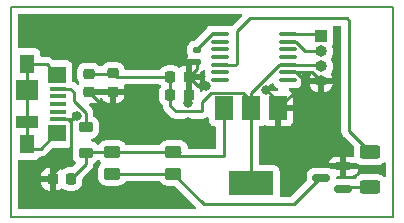
<source format=gbr>
%TF.GenerationSoftware,KiCad,Pcbnew,(6.0.1)*%
%TF.CreationDate,2022-02-12T15:33:55+03:30*%
%TF.ProjectId,led,6c65642e-6b69-4636-9164-5f7063625858,rev?*%
%TF.SameCoordinates,Original*%
%TF.FileFunction,Copper,L1,Top*%
%TF.FilePolarity,Positive*%
%FSLAX46Y46*%
G04 Gerber Fmt 4.6, Leading zero omitted, Abs format (unit mm)*
G04 Created by KiCad (PCBNEW (6.0.1)) date 2022-02-12 15:33:55*
%MOMM*%
%LPD*%
G01*
G04 APERTURE LIST*
G04 Aperture macros list*
%AMRoundRect*
0 Rectangle with rounded corners*
0 $1 Rounding radius*
0 $2 $3 $4 $5 $6 $7 $8 $9 X,Y pos of 4 corners*
0 Add a 4 corners polygon primitive as box body*
4,1,4,$2,$3,$4,$5,$6,$7,$8,$9,$2,$3,0*
0 Add four circle primitives for the rounded corners*
1,1,$1+$1,$2,$3*
1,1,$1+$1,$4,$5*
1,1,$1+$1,$6,$7*
1,1,$1+$1,$8,$9*
0 Add four rect primitives between the rounded corners*
20,1,$1+$1,$2,$3,$4,$5,0*
20,1,$1+$1,$4,$5,$6,$7,0*
20,1,$1+$1,$6,$7,$8,$9,0*
20,1,$1+$1,$8,$9,$2,$3,0*%
G04 Aperture macros list end*
%TA.AperFunction,NonConductor*%
%ADD10C,0.200000*%
%TD*%
%TA.AperFunction,SMDPad,CuDef*%
%ADD11R,1.500000X2.000000*%
%TD*%
%TA.AperFunction,SMDPad,CuDef*%
%ADD12R,3.800000X2.000000*%
%TD*%
%TA.AperFunction,SMDPad,CuDef*%
%ADD13RoundRect,0.225000X-0.250000X0.225000X-0.250000X-0.225000X0.250000X-0.225000X0.250000X0.225000X0*%
%TD*%
%TA.AperFunction,SMDPad,CuDef*%
%ADD14RoundRect,0.225000X0.225000X0.250000X-0.225000X0.250000X-0.225000X-0.250000X0.225000X-0.250000X0*%
%TD*%
%TA.AperFunction,SMDPad,CuDef*%
%ADD15RoundRect,0.100000X-0.637500X-0.100000X0.637500X-0.100000X0.637500X0.100000X-0.637500X0.100000X0*%
%TD*%
%TA.AperFunction,SMDPad,CuDef*%
%ADD16RoundRect,0.250000X-0.625000X0.312500X-0.625000X-0.312500X0.625000X-0.312500X0.625000X0.312500X0*%
%TD*%
%TA.AperFunction,SMDPad,CuDef*%
%ADD17RoundRect,0.250000X0.450000X-0.262500X0.450000X0.262500X-0.450000X0.262500X-0.450000X-0.262500X0*%
%TD*%
%TA.AperFunction,SMDPad,CuDef*%
%ADD18RoundRect,0.135000X-0.185000X0.135000X-0.185000X-0.135000X0.185000X-0.135000X0.185000X0.135000X0*%
%TD*%
%TA.AperFunction,SMDPad,CuDef*%
%ADD19RoundRect,0.150000X0.587500X0.150000X-0.587500X0.150000X-0.587500X-0.150000X0.587500X-0.150000X0*%
%TD*%
%TA.AperFunction,ComponentPad*%
%ADD20R,1.000000X1.000000*%
%TD*%
%TA.AperFunction,ComponentPad*%
%ADD21O,1.000000X1.000000*%
%TD*%
%TA.AperFunction,SMDPad,CuDef*%
%ADD22R,1.380000X0.450000*%
%TD*%
%TA.AperFunction,SMDPad,CuDef*%
%ADD23R,1.900000X1.800000*%
%TD*%
%TA.AperFunction,SMDPad,CuDef*%
%ADD24R,1.300000X1.650000*%
%TD*%
%TA.AperFunction,SMDPad,CuDef*%
%ADD25R,1.550000X1.425000*%
%TD*%
%TA.AperFunction,SMDPad,CuDef*%
%ADD26R,1.900000X1.000000*%
%TD*%
%TA.AperFunction,SMDPad,CuDef*%
%ADD27RoundRect,0.218750X-0.381250X0.218750X-0.381250X-0.218750X0.381250X-0.218750X0.381250X0.218750X0*%
%TD*%
%TA.AperFunction,SMDPad,CuDef*%
%ADD28RoundRect,0.225000X-0.225000X-0.250000X0.225000X-0.250000X0.225000X0.250000X-0.225000X0.250000X0*%
%TD*%
%TA.AperFunction,ViaPad*%
%ADD29C,0.800000*%
%TD*%
%TA.AperFunction,Conductor*%
%ADD30C,0.250000*%
%TD*%
G04 APERTURE END LIST*
D10*
X125095000Y-97155000D02*
X125095000Y-114935000D01*
X125095000Y-114935000D02*
X92710000Y-114935000D01*
X92710000Y-114935000D02*
X92710000Y-97155000D01*
X125095000Y-97155000D02*
X92710000Y-97155000D01*
D11*
%TO.P,U2,1,GND*%
%TO.N,GND*%
X115355400Y-105790600D03*
D12*
%TO.P,U2,2,VO*%
%TO.N,+3V3*%
X113055400Y-112090600D03*
D11*
X113055400Y-105790600D03*
%TO.P,U2,3,VI*%
%TO.N,+5V*%
X110755400Y-105790600D03*
%TD*%
D13*
%TO.P,C3,1*%
%TO.N,+3V3*%
X99314000Y-102857000D03*
%TO.P,C3,2*%
%TO.N,GND*%
X99314000Y-104407000D03*
%TD*%
D14*
%TO.P,C4,2*%
%TO.N,GND*%
X96253000Y-111760000D03*
%TO.P,C4,1*%
%TO.N,+5V*%
X97803000Y-111760000D03*
%TD*%
D15*
%TO.P,U1,14,PA14*%
%TO.N,SWCLK*%
X116146500Y-99472200D03*
%TO.P,U1,13,PA13*%
%TO.N,SWDIO*%
X116146500Y-100122200D03*
%TO.P,U1,12,PA10*%
%TO.N,unconnected-(U1-Pad12)*%
X116146500Y-100772200D03*
%TO.P,U1,11,PA9*%
%TO.N,unconnected-(U1-Pad11)*%
X116146500Y-101422200D03*
%TO.P,U1,10,VDD*%
%TO.N,+3V3*%
X116146500Y-102072200D03*
%TO.P,U1,9,VSS*%
%TO.N,GND*%
X116146500Y-102722200D03*
%TO.P,U1,8,PA7*%
%TO.N,unconnected-(U1-Pad8)*%
X116146500Y-103372200D03*
%TO.P,U1,7,PA4*%
%TO.N,unconnected-(U1-Pad7)*%
X110421500Y-103372200D03*
%TO.P,U1,6,PA1*%
%TO.N,unconnected-(U1-Pad6)*%
X110421500Y-102722200D03*
%TO.P,U1,5,PA0*%
%TO.N,PWM*%
X110421500Y-102072200D03*
%TO.P,U1,4,NRST*%
%TO.N,unconnected-(U1-Pad4)*%
X110421500Y-101422200D03*
%TO.P,U1,3,PC15*%
%TO.N,unconnected-(U1-Pad3)*%
X110421500Y-100772200D03*
%TO.P,U1,2,PC14*%
%TO.N,unconnected-(U1-Pad2)*%
X110421500Y-100122200D03*
%TO.P,U1,1,PB9*%
%TO.N,Net-(R1-Pad1)*%
X110421500Y-99472200D03*
%TD*%
D16*
%TO.P,R4,2*%
%TO.N,Net-(Q1-Pad1)*%
X123139200Y-112435100D03*
%TO.P,R4,1*%
%TO.N,PWM*%
X123139200Y-109510100D03*
%TD*%
D17*
%TO.P,R3,1*%
%TO.N,Net-(Q1-Pad3)*%
X106476800Y-111300900D03*
%TO.P,R3,2*%
%TO.N,+5V*%
X106476800Y-109475900D03*
%TD*%
%TO.P,R2,1*%
%TO.N,Net-(Q1-Pad3)*%
X101295200Y-111300900D03*
%TO.P,R2,2*%
%TO.N,+5V*%
X101295200Y-109475900D03*
%TD*%
D18*
%TO.P,R1,2*%
%TO.N,GND*%
X108458000Y-101856000D03*
%TO.P,R1,1*%
%TO.N,Net-(R1-Pad1)*%
X108458000Y-100836000D03*
%TD*%
D19*
%TO.P,Q1,1,G*%
%TO.N,Net-(Q1-Pad1)*%
X120876300Y-112583000D03*
%TO.P,Q1,2,S*%
%TO.N,GND*%
X120876300Y-110683000D03*
%TO.P,Q1,3,D*%
%TO.N,Net-(Q1-Pad3)*%
X119001300Y-111633000D03*
%TD*%
D20*
%TO.P,J2,1,Pin_1*%
%TO.N,SWCLK*%
X118999000Y-99674600D03*
D21*
%TO.P,J2,2,Pin_2*%
%TO.N,SWDIO*%
X118999000Y-100944600D03*
%TO.P,J2,3,Pin_3*%
%TO.N,+3V3*%
X118999000Y-102214600D03*
%TO.P,J2,4,Pin_4*%
%TO.N,GND*%
X118999000Y-103484600D03*
%TD*%
D22*
%TO.P,J1,1,VBUS*%
%TO.N,Net-(FB1-Pad1)*%
X96710000Y-104110000D03*
%TO.P,J1,2,D-*%
%TO.N,unconnected-(J1-Pad2)*%
X96710000Y-104760000D03*
%TO.P,J1,3,D+*%
%TO.N,unconnected-(J1-Pad3)*%
X96710000Y-105410000D03*
%TO.P,J1,4,ID*%
%TO.N,unconnected-(J1-Pad4)*%
X96710000Y-106060000D03*
%TO.P,J1,5,GND*%
%TO.N,GND*%
X96710000Y-106710000D03*
D23*
%TO.P,J1,6,Shield*%
%TO.N,unconnected-(J1-Pad6)*%
X94050000Y-104260000D03*
D24*
X94050000Y-108785000D03*
X94050000Y-102035000D03*
D25*
X96625000Y-102922500D03*
D26*
X94050000Y-106960000D03*
D25*
X96625000Y-107897500D03*
%TD*%
D27*
%TO.P,FB1,1*%
%TO.N,Net-(FB1-Pad1)*%
X99060000Y-107395500D03*
%TO.P,FB1,2*%
%TO.N,+5V*%
X99060000Y-109520500D03*
%TD*%
D13*
%TO.P,C5,1*%
%TO.N,+3V3*%
X101346000Y-102806200D03*
%TO.P,C5,2*%
%TO.N,GND*%
X101346000Y-104356200D03*
%TD*%
D28*
%TO.P,C2,1*%
%TO.N,+3V3*%
X106209800Y-103124000D03*
%TO.P,C2,2*%
%TO.N,GND*%
X107759800Y-103124000D03*
%TD*%
%TO.P,C1,1*%
%TO.N,+3V3*%
X106209800Y-104648000D03*
%TO.P,C1,2*%
%TO.N,GND*%
X107759800Y-104648000D03*
%TD*%
D29*
%TO.N,GND*%
X109220000Y-103886000D03*
X114357719Y-104197719D03*
X100325701Y-106430299D03*
X107696000Y-105295500D03*
X107696000Y-106934000D03*
X98293701Y-106430299D03*
%TD*%
D30*
%TO.N,GND*%
X109220000Y-103886000D02*
X108521800Y-103886000D01*
X108521800Y-103886000D02*
X107759800Y-103124000D01*
X115355400Y-105195400D02*
X114357719Y-104197719D01*
X115355400Y-105790600D02*
X115355400Y-105195400D01*
X117348000Y-104394000D02*
X117348000Y-103235839D01*
X117094000Y-104648000D02*
X117348000Y-104394000D01*
X116498000Y-104648000D02*
X117094000Y-104648000D01*
X115355400Y-105790600D02*
X116498000Y-104648000D01*
X117348000Y-103235839D02*
X116834361Y-102722200D01*
X116834361Y-102722200D02*
X116146500Y-102722200D01*
X100325701Y-105418701D02*
X99314000Y-104407000D01*
X100325701Y-106430299D02*
X100325701Y-105418701D01*
X99314000Y-104407000D02*
X101295200Y-104407000D01*
X101295200Y-104407000D02*
X101346000Y-104356200D01*
%TO.N,+5V*%
X99104600Y-109475900D02*
X99060000Y-109520500D01*
X101295200Y-109475900D02*
X99104600Y-109475900D01*
X106476800Y-109475900D02*
X101295200Y-109475900D01*
X99060000Y-110503000D02*
X97803000Y-111760000D01*
X99060000Y-109520500D02*
X99060000Y-110503000D01*
%TO.N,GND*%
X97574022Y-106710000D02*
X96710000Y-106710000D01*
X97790000Y-106925978D02*
X97574022Y-106710000D01*
X97790000Y-109728000D02*
X97790000Y-106925978D01*
X96253000Y-111760000D02*
X96253000Y-111265000D01*
X96253000Y-111265000D02*
X97790000Y-109728000D01*
X107696000Y-104711800D02*
X107759800Y-104648000D01*
X107696000Y-105295500D02*
X107696000Y-104711800D01*
X107696000Y-107442000D02*
X107696000Y-106934000D01*
X101346000Y-107442000D02*
X107696000Y-107442000D01*
X101346000Y-104356200D02*
X101346000Y-107442000D01*
X96710000Y-106710000D02*
X98014000Y-106710000D01*
X98014000Y-106710000D02*
X98293701Y-106430299D01*
%TO.N,Net-(FB1-Pad1)*%
X98044000Y-105156000D02*
X98044000Y-104394000D01*
X99060000Y-106172000D02*
X98044000Y-105156000D01*
X98044000Y-104394000D02*
X97760000Y-104110000D01*
X97760000Y-104110000D02*
X96710000Y-104110000D01*
X99060000Y-107395500D02*
X99060000Y-106172000D01*
%TO.N,+3V3*%
X101295200Y-102857000D02*
X101346000Y-102806200D01*
X99314000Y-102857000D02*
X101295200Y-102857000D01*
%TO.N,GND*%
X99314000Y-104407000D02*
X99314000Y-104648000D01*
%TO.N,+3V3*%
X101346000Y-102806200D02*
X101663800Y-103124000D01*
X101663800Y-103124000D02*
X106209800Y-103124000D01*
%TO.N,Net-(R1-Pad1)*%
X109733639Y-99472200D02*
X110421500Y-99472200D01*
X108458000Y-100836000D02*
X108458000Y-100747839D01*
X108458000Y-100747839D02*
X109733639Y-99472200D01*
%TO.N,GND*%
X108458000Y-102425800D02*
X107759800Y-103124000D01*
X108458000Y-101856000D02*
X108458000Y-102425800D01*
%TO.N,unconnected-(J1-Pad6)*%
X94485000Y-109220000D02*
X94050000Y-108785000D01*
X95250000Y-109220000D02*
X94485000Y-109220000D01*
X96572500Y-107897500D02*
X95250000Y-109220000D01*
X96625000Y-107897500D02*
X96572500Y-107897500D01*
X94050000Y-106960000D02*
X94050000Y-108785000D01*
X94050000Y-104260000D02*
X94050000Y-106960000D01*
X94050000Y-102035000D02*
X94050000Y-104260000D01*
X95737500Y-102035000D02*
X96625000Y-102922500D01*
X94050000Y-102035000D02*
X95737500Y-102035000D01*
%TO.N,GND*%
X107660000Y-104747800D02*
X107759800Y-104648000D01*
%TO.N,+3V3*%
X101663811Y-103124011D02*
X101346000Y-102806200D01*
X106209800Y-103124000D02*
X106209789Y-103124011D01*
X106209800Y-103124000D02*
X106209800Y-104648000D01*
%TO.N,+5V*%
X106830900Y-109830000D02*
X106476800Y-109475900D01*
X110740000Y-109830000D02*
X106830900Y-109830000D01*
X110755400Y-109814600D02*
X110740000Y-109830000D01*
X110755400Y-105790600D02*
X110755400Y-109814600D01*
%TO.N,GND*%
X118999000Y-106869000D02*
X118999000Y-103484600D01*
X120876300Y-108746300D02*
X118999000Y-106869000D01*
X120876300Y-110683000D02*
X120876300Y-108746300D01*
%TO.N,PWM*%
X111767800Y-102072200D02*
X110421500Y-102072200D01*
X111890000Y-101950000D02*
X111767800Y-102072200D01*
X111890000Y-99260000D02*
X111890000Y-101950000D01*
X112980000Y-98170000D02*
X111890000Y-99260000D01*
X121140000Y-98170000D02*
X112980000Y-98170000D01*
X121330000Y-98360000D02*
X121140000Y-98170000D01*
X121330000Y-107700900D02*
X121330000Y-98360000D01*
X123139200Y-109510100D02*
X121330000Y-107700900D01*
%TO.N,+3V3*%
X106209800Y-105569800D02*
X106209800Y-104648000D01*
X108900000Y-106020000D02*
X106660000Y-106020000D01*
X108900000Y-105246978D02*
X108900000Y-106020000D01*
X109680889Y-104466089D02*
X108900000Y-105246978D01*
X112396089Y-104466089D02*
X109680889Y-104466089D01*
X113055400Y-105125400D02*
X112396089Y-104466089D01*
X113055400Y-105790600D02*
X113055400Y-105125400D01*
X106660000Y-106020000D02*
X106209800Y-105569800D01*
X113055400Y-105790600D02*
X113055400Y-104475439D01*
X113055400Y-104475439D02*
X115458639Y-102072200D01*
X115458639Y-102072200D02*
X116146500Y-102072200D01*
%TO.N,Net-(Q1-Pad3)*%
X106476800Y-111300900D02*
X101295200Y-111300900D01*
X109069500Y-113893600D02*
X106476800Y-111300900D01*
X116662200Y-113893600D02*
X109069500Y-113893600D01*
X118922800Y-111633000D02*
X116662200Y-113893600D01*
X119001300Y-111633000D02*
X118922800Y-111633000D01*
%TO.N,+3V3*%
X106019600Y-102933800D02*
X106209800Y-103124000D01*
%TO.N,GND*%
X118236600Y-102722200D02*
X116146500Y-102722200D01*
X118999000Y-103484600D02*
X118236600Y-102722200D01*
%TO.N,+3V3*%
X118856600Y-102072200D02*
X116146500Y-102072200D01*
X118999000Y-102214600D02*
X118856600Y-102072200D01*
%TO.N,SWDIO*%
X117656761Y-100944600D02*
X116834361Y-100122200D01*
X118999000Y-100944600D02*
X117656761Y-100944600D01*
X116834361Y-100122200D02*
X116146500Y-100122200D01*
%TO.N,SWCLK*%
X118796600Y-99472200D02*
X116146500Y-99472200D01*
X118999000Y-99674600D02*
X118796600Y-99472200D01*
%TO.N,GND*%
X107759800Y-104648000D02*
X107759800Y-103124000D01*
%TO.N,Net-(Q1-Pad1)*%
X121024200Y-112435100D02*
X120876300Y-112583000D01*
X123139200Y-112435100D02*
X121024200Y-112435100D01*
%TO.N,+3V3*%
X113055400Y-105790600D02*
X113055400Y-112090600D01*
%TO.N,+5V*%
X106476800Y-109475900D02*
X107070100Y-109475900D01*
%TD*%
%TA.AperFunction,Conductor*%
%TO.N,GND*%
G36*
X97907471Y-108931418D02*
G01*
X97964307Y-108973965D01*
X97989118Y-109040485D01*
X97983032Y-109089141D01*
X97963929Y-109146735D01*
X97961762Y-109153269D01*
X97951500Y-109253428D01*
X97951500Y-109787572D01*
X97951837Y-109790818D01*
X97951837Y-109790822D01*
X97954866Y-109820010D01*
X97962022Y-109888982D01*
X98015692Y-110049849D01*
X98104929Y-110194055D01*
X98110107Y-110199224D01*
X98110111Y-110199229D01*
X98199894Y-110288855D01*
X98233974Y-110351137D01*
X98228971Y-110421957D01*
X98199972Y-110467123D01*
X97927500Y-110739595D01*
X97865188Y-110773621D01*
X97838405Y-110776500D01*
X97529268Y-110776500D01*
X97526022Y-110776837D01*
X97526018Y-110776837D01*
X97496730Y-110779876D01*
X97426981Y-110787113D01*
X97418963Y-110789788D01*
X97271676Y-110838927D01*
X97271674Y-110838928D01*
X97264732Y-110841244D01*
X97258508Y-110845096D01*
X97258507Y-110845096D01*
X97215608Y-110871643D01*
X97119287Y-110931248D01*
X97114114Y-110936430D01*
X97108377Y-110940977D01*
X97106945Y-110939170D01*
X97054425Y-110967902D01*
X96983605Y-110962892D01*
X96947147Y-110939501D01*
X96946317Y-110940552D01*
X96929160Y-110927002D01*
X96796120Y-110844996D01*
X96782939Y-110838849D01*
X96634186Y-110789509D01*
X96620810Y-110786642D01*
X96529903Y-110777328D01*
X96524874Y-110777071D01*
X96509876Y-110781475D01*
X96508671Y-110782865D01*
X96507000Y-110790548D01*
X96507000Y-112724885D01*
X96511475Y-112740124D01*
X96512865Y-112741329D01*
X96520548Y-112743000D01*
X96523438Y-112743000D01*
X96529953Y-112742663D01*
X96622057Y-112733106D01*
X96635456Y-112730212D01*
X96784107Y-112680619D01*
X96797286Y-112674445D01*
X96930173Y-112592212D01*
X96947311Y-112578629D01*
X96948841Y-112580559D01*
X97000880Y-112552097D01*
X97071699Y-112557113D01*
X97108617Y-112580799D01*
X97109372Y-112579843D01*
X97115118Y-112584381D01*
X97120298Y-112589552D01*
X97126528Y-112593392D01*
X97126529Y-112593393D01*
X97258020Y-112674445D01*
X97265899Y-112679302D01*
X97428243Y-112733149D01*
X97435080Y-112733849D01*
X97435082Y-112733850D01*
X97476401Y-112738083D01*
X97529268Y-112743500D01*
X98076732Y-112743500D01*
X98079978Y-112743163D01*
X98079982Y-112743163D01*
X98114083Y-112739625D01*
X98179019Y-112732887D01*
X98332726Y-112681606D01*
X98334324Y-112681073D01*
X98334326Y-112681072D01*
X98341268Y-112678756D01*
X98486713Y-112588752D01*
X98495607Y-112579843D01*
X98602381Y-112472882D01*
X98607552Y-112467702D01*
X98674677Y-112358805D01*
X98693462Y-112328331D01*
X98693463Y-112328329D01*
X98697302Y-112322101D01*
X98751149Y-112159757D01*
X98761500Y-112058732D01*
X98761500Y-111749594D01*
X98781502Y-111681473D01*
X98798405Y-111660499D01*
X99452247Y-111006657D01*
X99460537Y-110999113D01*
X99467018Y-110995000D01*
X99476595Y-110984802D01*
X99513658Y-110945333D01*
X99516413Y-110942491D01*
X99536134Y-110922770D01*
X99538612Y-110919575D01*
X99546318Y-110910553D01*
X99571158Y-110884101D01*
X99576586Y-110878321D01*
X99586346Y-110860568D01*
X99597199Y-110844045D01*
X99604753Y-110834306D01*
X99609613Y-110828041D01*
X99627176Y-110787457D01*
X99632383Y-110776827D01*
X99653695Y-110738060D01*
X99655666Y-110730383D01*
X99655668Y-110730378D01*
X99658732Y-110718442D01*
X99665138Y-110699730D01*
X99670034Y-110688417D01*
X99673181Y-110681145D01*
X99677321Y-110655010D01*
X99680097Y-110637481D01*
X99682504Y-110625860D01*
X99691528Y-110590711D01*
X99691528Y-110590710D01*
X99693500Y-110583030D01*
X99693500Y-110562769D01*
X99695051Y-110543058D01*
X99695986Y-110537158D01*
X99698219Y-110523057D01*
X99697473Y-110515165D01*
X99697722Y-110507242D01*
X99699864Y-110507309D01*
X99711267Y-110448476D01*
X99756897Y-110399184D01*
X99772463Y-110389552D01*
X99896055Y-110313071D01*
X100015864Y-110193053D01*
X100019705Y-110186822D01*
X100024242Y-110181077D01*
X100025982Y-110182451D01*
X100070704Y-110142201D01*
X100140775Y-110130776D01*
X100205900Y-110159048D01*
X100232338Y-110189504D01*
X100246722Y-110212748D01*
X100329591Y-110295472D01*
X100333309Y-110299184D01*
X100367388Y-110361466D01*
X100362385Y-110432286D01*
X100333464Y-110477375D01*
X100296753Y-110514150D01*
X100245895Y-110565097D01*
X100242055Y-110571327D01*
X100242054Y-110571328D01*
X100162906Y-110699730D01*
X100153085Y-110715662D01*
X100128662Y-110789295D01*
X100101349Y-110871643D01*
X100097403Y-110883539D01*
X100086700Y-110988000D01*
X100086700Y-111613800D01*
X100087037Y-111617046D01*
X100087037Y-111617050D01*
X100095375Y-111697404D01*
X100097674Y-111719566D01*
X100099855Y-111726102D01*
X100099855Y-111726104D01*
X100120909Y-111789209D01*
X100153650Y-111887346D01*
X100246722Y-112037748D01*
X100371897Y-112162705D01*
X100378127Y-112166545D01*
X100378128Y-112166546D01*
X100515290Y-112251094D01*
X100522462Y-112255515D01*
X100602205Y-112281964D01*
X100683811Y-112309032D01*
X100683813Y-112309032D01*
X100690339Y-112311197D01*
X100697175Y-112311897D01*
X100697178Y-112311898D01*
X100728949Y-112315153D01*
X100794800Y-112321900D01*
X101795600Y-112321900D01*
X101798846Y-112321563D01*
X101798850Y-112321563D01*
X101894508Y-112311638D01*
X101894512Y-112311637D01*
X101901366Y-112310926D01*
X101907902Y-112308745D01*
X101907904Y-112308745D01*
X102040006Y-112264672D01*
X102069146Y-112254950D01*
X102219548Y-112161878D01*
X102344505Y-112036703D01*
X102348348Y-112030469D01*
X102370654Y-111994283D01*
X102423426Y-111946790D01*
X102477913Y-111934400D01*
X105294166Y-111934400D01*
X105362287Y-111954402D01*
X105401309Y-111994096D01*
X105428322Y-112037748D01*
X105553497Y-112162705D01*
X105559727Y-112166545D01*
X105559728Y-112166546D01*
X105696890Y-112251094D01*
X105704062Y-112255515D01*
X105783805Y-112281964D01*
X105865411Y-112309032D01*
X105865413Y-112309032D01*
X105871939Y-112311197D01*
X105878775Y-112311897D01*
X105878778Y-112311898D01*
X105910549Y-112315153D01*
X105976400Y-112321900D01*
X106549706Y-112321900D01*
X106617827Y-112341902D01*
X106638801Y-112358805D01*
X108391901Y-114111905D01*
X108425927Y-114174217D01*
X108420862Y-114245032D01*
X108378315Y-114301868D01*
X108311795Y-114326679D01*
X108302806Y-114327000D01*
X93444000Y-114327000D01*
X93375879Y-114306998D01*
X93329386Y-114253342D01*
X93318000Y-114201000D01*
X93318000Y-112055438D01*
X95295000Y-112055438D01*
X95295337Y-112061953D01*
X95304894Y-112154057D01*
X95307788Y-112167456D01*
X95357381Y-112316107D01*
X95363555Y-112329286D01*
X95445788Y-112462173D01*
X95454824Y-112473574D01*
X95565429Y-112583986D01*
X95576840Y-112592998D01*
X95709880Y-112675004D01*
X95723061Y-112681151D01*
X95871814Y-112730491D01*
X95885190Y-112733358D01*
X95976097Y-112742672D01*
X95981126Y-112742929D01*
X95996124Y-112738525D01*
X95997329Y-112737135D01*
X95999000Y-112729452D01*
X95999000Y-112032115D01*
X95994525Y-112016876D01*
X95993135Y-112015671D01*
X95985452Y-112014000D01*
X95313115Y-112014000D01*
X95297876Y-112018475D01*
X95296671Y-112019865D01*
X95295000Y-112027548D01*
X95295000Y-112055438D01*
X93318000Y-112055438D01*
X93318000Y-111487885D01*
X95295000Y-111487885D01*
X95299475Y-111503124D01*
X95300865Y-111504329D01*
X95308548Y-111506000D01*
X95980885Y-111506000D01*
X95996124Y-111501525D01*
X95997329Y-111500135D01*
X95999000Y-111492452D01*
X95999000Y-110795115D01*
X95994525Y-110779876D01*
X95993135Y-110778671D01*
X95985452Y-110777000D01*
X95982562Y-110777000D01*
X95976047Y-110777337D01*
X95883943Y-110786894D01*
X95870544Y-110789788D01*
X95721893Y-110839381D01*
X95708714Y-110845555D01*
X95575827Y-110927788D01*
X95564426Y-110936824D01*
X95454014Y-111047429D01*
X95445002Y-111058840D01*
X95362996Y-111191880D01*
X95356849Y-111205061D01*
X95307509Y-111353814D01*
X95304642Y-111367190D01*
X95295328Y-111458097D01*
X95295000Y-111464514D01*
X95295000Y-111487885D01*
X93318000Y-111487885D01*
X93318000Y-110244500D01*
X93338002Y-110176379D01*
X93391658Y-110129886D01*
X93444000Y-110118500D01*
X94748134Y-110118500D01*
X94810316Y-110111745D01*
X94946705Y-110060615D01*
X95063261Y-109973261D01*
X95114111Y-109905412D01*
X95170971Y-109862898D01*
X95210977Y-109855040D01*
X95254578Y-109853669D01*
X95257986Y-109853562D01*
X95261945Y-109853500D01*
X95289856Y-109853500D01*
X95293791Y-109853003D01*
X95293856Y-109852995D01*
X95305693Y-109852062D01*
X95337951Y-109851048D01*
X95341970Y-109850922D01*
X95349889Y-109850673D01*
X95369343Y-109845021D01*
X95388700Y-109841013D01*
X95400930Y-109839468D01*
X95400931Y-109839468D01*
X95408797Y-109838474D01*
X95416168Y-109835555D01*
X95416170Y-109835555D01*
X95449912Y-109822196D01*
X95461142Y-109818351D01*
X95495983Y-109808229D01*
X95495984Y-109808229D01*
X95503593Y-109806018D01*
X95510412Y-109801985D01*
X95510417Y-109801983D01*
X95521028Y-109795707D01*
X95538776Y-109787012D01*
X95557617Y-109779552D01*
X95593387Y-109753564D01*
X95603307Y-109747048D01*
X95634535Y-109728580D01*
X95634538Y-109728578D01*
X95641362Y-109724542D01*
X95655683Y-109710221D01*
X95670717Y-109697380D01*
X95680694Y-109690131D01*
X95687107Y-109685472D01*
X95715298Y-109651395D01*
X95723288Y-109642616D01*
X96210499Y-109155405D01*
X96272811Y-109121379D01*
X96299594Y-109118500D01*
X97448134Y-109118500D01*
X97510316Y-109111745D01*
X97646705Y-109060615D01*
X97763261Y-108973261D01*
X97768642Y-108966081D01*
X97774344Y-108960379D01*
X97836656Y-108926353D01*
X97907471Y-108931418D01*
G37*
%TD.AperFunction*%
%TA.AperFunction,Conductor*%
G36*
X120638621Y-98823502D02*
G01*
X120685114Y-98877158D01*
X120696500Y-98929500D01*
X120696500Y-107622133D01*
X120695973Y-107633316D01*
X120694298Y-107640809D01*
X120694547Y-107648735D01*
X120694547Y-107648736D01*
X120696438Y-107708886D01*
X120696500Y-107712845D01*
X120696500Y-107740756D01*
X120696997Y-107744690D01*
X120696997Y-107744691D01*
X120697005Y-107744756D01*
X120697938Y-107756593D01*
X120699327Y-107800789D01*
X120704978Y-107820239D01*
X120708987Y-107839600D01*
X120711526Y-107859697D01*
X120714445Y-107867068D01*
X120714445Y-107867070D01*
X120727804Y-107900812D01*
X120731649Y-107912042D01*
X120743982Y-107954493D01*
X120748015Y-107961312D01*
X120748017Y-107961317D01*
X120754293Y-107971928D01*
X120762988Y-107989676D01*
X120770448Y-108008517D01*
X120775110Y-108014933D01*
X120775110Y-108014934D01*
X120796436Y-108044287D01*
X120802952Y-108054207D01*
X120811141Y-108068053D01*
X120825458Y-108092262D01*
X120839779Y-108106583D01*
X120852619Y-108121616D01*
X120864528Y-108138007D01*
X120870634Y-108143058D01*
X120898605Y-108166198D01*
X120907384Y-108174188D01*
X121724935Y-108991739D01*
X121758961Y-109054051D01*
X121761184Y-109093677D01*
X121755700Y-109147200D01*
X121755700Y-109764781D01*
X121735698Y-109832902D01*
X121682042Y-109879395D01*
X121611768Y-109889499D01*
X121594545Y-109885777D01*
X121573741Y-109879732D01*
X121561133Y-109877430D01*
X121532716Y-109875193D01*
X121527786Y-109875000D01*
X121148415Y-109875000D01*
X121133176Y-109879475D01*
X121131971Y-109880865D01*
X121130300Y-109888548D01*
X121130300Y-110410885D01*
X121134775Y-110426124D01*
X121136165Y-110427329D01*
X121143848Y-110429000D01*
X122016693Y-110429000D01*
X122082809Y-110447740D01*
X122184290Y-110510294D01*
X122191462Y-110514715D01*
X122259126Y-110537158D01*
X122352811Y-110568232D01*
X122352813Y-110568232D01*
X122359339Y-110570397D01*
X122366175Y-110571097D01*
X122366178Y-110571098D01*
X122405250Y-110575101D01*
X122463800Y-110581100D01*
X123814600Y-110581100D01*
X123817846Y-110580763D01*
X123817850Y-110580763D01*
X123913508Y-110570838D01*
X123913512Y-110570837D01*
X123920366Y-110570126D01*
X123926902Y-110567945D01*
X123926904Y-110567945D01*
X124071864Y-110519582D01*
X124088146Y-110514150D01*
X124238548Y-110421078D01*
X124271827Y-110387741D01*
X124334110Y-110353662D01*
X124404930Y-110358665D01*
X124461802Y-110401162D01*
X124486671Y-110467661D01*
X124487000Y-110476759D01*
X124487000Y-111468541D01*
X124466998Y-111536662D01*
X124413342Y-111583155D01*
X124343068Y-111593259D01*
X124278488Y-111563765D01*
X124271982Y-111557714D01*
X124242683Y-111528466D01*
X124237503Y-111523295D01*
X124231272Y-111519454D01*
X124093168Y-111434325D01*
X124093166Y-111434324D01*
X124086938Y-111430485D01*
X123951550Y-111385579D01*
X123925589Y-111376968D01*
X123925587Y-111376968D01*
X123919061Y-111374803D01*
X123912225Y-111374103D01*
X123912222Y-111374102D01*
X123869169Y-111369691D01*
X123814600Y-111364100D01*
X122463800Y-111364100D01*
X122460554Y-111364437D01*
X122460550Y-111364437D01*
X122364892Y-111374362D01*
X122364888Y-111374363D01*
X122358034Y-111375074D01*
X122351498Y-111377255D01*
X122351496Y-111377255D01*
X122226468Y-111418968D01*
X122190254Y-111431050D01*
X122115270Y-111477452D01*
X122079246Y-111499744D01*
X122019965Y-111516058D01*
X121989166Y-111574897D01*
X121914895Y-111649297D01*
X121911055Y-111655527D01*
X121911054Y-111655528D01*
X121857927Y-111741716D01*
X121805155Y-111789209D01*
X121750667Y-111801600D01*
X121668730Y-111801600D01*
X121633577Y-111796597D01*
X121608147Y-111789209D01*
X121567631Y-111777438D01*
X121561226Y-111776934D01*
X121561221Y-111776933D01*
X121532758Y-111774693D01*
X121532750Y-111774693D01*
X121530302Y-111774500D01*
X120373300Y-111774500D01*
X120305179Y-111754498D01*
X120258686Y-111700842D01*
X120247300Y-111648500D01*
X120247300Y-111617000D01*
X120267302Y-111548879D01*
X120320958Y-111502386D01*
X120373300Y-111491000D01*
X120604185Y-111491000D01*
X120619424Y-111486525D01*
X120620629Y-111485135D01*
X120622300Y-111477452D01*
X120622300Y-111472884D01*
X121130300Y-111472884D01*
X121134775Y-111488123D01*
X121136165Y-111489328D01*
X121143848Y-111490999D01*
X121527784Y-111490999D01*
X121532720Y-111490805D01*
X121561136Y-111488570D01*
X121573731Y-111486270D01*
X121719590Y-111443893D01*
X121734025Y-111437646D01*
X121835854Y-111377426D01*
X121893535Y-111362792D01*
X121923848Y-111303505D01*
X121982249Y-111245104D01*
X121991889Y-111232678D01*
X122068448Y-111103221D01*
X122074693Y-111088790D01*
X122113739Y-110954395D01*
X122113699Y-110940294D01*
X122106430Y-110937000D01*
X121148415Y-110937000D01*
X121133176Y-110941475D01*
X121131971Y-110942865D01*
X121130300Y-110950548D01*
X121130300Y-111472884D01*
X120622300Y-111472884D01*
X120622300Y-110955115D01*
X120617825Y-110939876D01*
X120616435Y-110938671D01*
X120608752Y-110937000D01*
X119993642Y-110937000D01*
X119929503Y-110919453D01*
X119866569Y-110882234D01*
X119852401Y-110873855D01*
X119844790Y-110871644D01*
X119844788Y-110871643D01*
X119776755Y-110851878D01*
X119692631Y-110827438D01*
X119686226Y-110826934D01*
X119686221Y-110826933D01*
X119657758Y-110824693D01*
X119657750Y-110824693D01*
X119655302Y-110824500D01*
X118347298Y-110824500D01*
X118344850Y-110824693D01*
X118344842Y-110824693D01*
X118316379Y-110826933D01*
X118316374Y-110826934D01*
X118309969Y-110827438D01*
X118225845Y-110851878D01*
X118157812Y-110871643D01*
X118157810Y-110871644D01*
X118150199Y-110873855D01*
X118136031Y-110882234D01*
X118013820Y-110954509D01*
X118013817Y-110954511D01*
X118006993Y-110958547D01*
X117889347Y-111076193D01*
X117885311Y-111083017D01*
X117885309Y-111083020D01*
X117821693Y-111190589D01*
X117804655Y-111219399D01*
X117758238Y-111379169D01*
X117755300Y-111416498D01*
X117755300Y-111849502D01*
X117754768Y-111849502D01*
X117738007Y-111916192D01*
X117718505Y-111941390D01*
X116436700Y-113223195D01*
X116374388Y-113257221D01*
X116347605Y-113260100D01*
X115589900Y-113260100D01*
X115521779Y-113240098D01*
X115475286Y-113186442D01*
X115463900Y-113134100D01*
X115463900Y-111042466D01*
X115457145Y-110980284D01*
X115406015Y-110843895D01*
X115318661Y-110727339D01*
X115202105Y-110639985D01*
X115065716Y-110588855D01*
X115003534Y-110582100D01*
X113814900Y-110582100D01*
X113746779Y-110562098D01*
X113700286Y-110508442D01*
X113688900Y-110456100D01*
X113688900Y-110411605D01*
X119638861Y-110411605D01*
X119638901Y-110425706D01*
X119646170Y-110429000D01*
X120604185Y-110429000D01*
X120619424Y-110424525D01*
X120620629Y-110423135D01*
X120622300Y-110415452D01*
X120622300Y-109893116D01*
X120617825Y-109877877D01*
X120616435Y-109876672D01*
X120608752Y-109875001D01*
X120224817Y-109875001D01*
X120219880Y-109875195D01*
X120191464Y-109877430D01*
X120178869Y-109879730D01*
X120033010Y-109922107D01*
X120018579Y-109928352D01*
X119889122Y-110004911D01*
X119876696Y-110014551D01*
X119770351Y-110120896D01*
X119760711Y-110133322D01*
X119684152Y-110262779D01*
X119677907Y-110277210D01*
X119638861Y-110411605D01*
X113688900Y-110411605D01*
X113688900Y-107425100D01*
X113708902Y-107356979D01*
X113762558Y-107310486D01*
X113814900Y-107299100D01*
X113853534Y-107299100D01*
X113915716Y-107292345D01*
X114052105Y-107241215D01*
X114130252Y-107182647D01*
X114196758Y-107157799D01*
X114266141Y-107172852D01*
X114281382Y-107182647D01*
X114351752Y-107235386D01*
X114367346Y-107243924D01*
X114487794Y-107289078D01*
X114503049Y-107292705D01*
X114553914Y-107298231D01*
X114560728Y-107298600D01*
X115083285Y-107298600D01*
X115098524Y-107294125D01*
X115099729Y-107292735D01*
X115101400Y-107285052D01*
X115101400Y-107280484D01*
X115609400Y-107280484D01*
X115613875Y-107295723D01*
X115615265Y-107296928D01*
X115622948Y-107298599D01*
X116150069Y-107298599D01*
X116156890Y-107298229D01*
X116207752Y-107292705D01*
X116223004Y-107289079D01*
X116343454Y-107243924D01*
X116359049Y-107235386D01*
X116461124Y-107158885D01*
X116473685Y-107146324D01*
X116550186Y-107044249D01*
X116558724Y-107028654D01*
X116603878Y-106908206D01*
X116607505Y-106892951D01*
X116613031Y-106842086D01*
X116613400Y-106835269D01*
X116613400Y-106062715D01*
X116608925Y-106047476D01*
X116607535Y-106046271D01*
X116599852Y-106044600D01*
X115627515Y-106044600D01*
X115612276Y-106049075D01*
X115611071Y-106050465D01*
X115609400Y-106058148D01*
X115609400Y-107280484D01*
X115101400Y-107280484D01*
X115101400Y-105662600D01*
X115121402Y-105594479D01*
X115175058Y-105547986D01*
X115227400Y-105536600D01*
X116595284Y-105536600D01*
X116610523Y-105532125D01*
X116611728Y-105530735D01*
X116613399Y-105523052D01*
X116613399Y-104745931D01*
X116613029Y-104739110D01*
X116607505Y-104688248D01*
X116603879Y-104672996D01*
X116558724Y-104552546D01*
X116550186Y-104536951D01*
X116473685Y-104434876D01*
X116461124Y-104422315D01*
X116359049Y-104345814D01*
X116343454Y-104337276D01*
X116309858Y-104324681D01*
X116253093Y-104282039D01*
X116228394Y-104215477D01*
X116243602Y-104146128D01*
X116293888Y-104096010D01*
X116354087Y-104080699D01*
X116823884Y-104080699D01*
X116827969Y-104080161D01*
X116827973Y-104080161D01*
X116934663Y-104066116D01*
X116934665Y-104066116D01*
X116942850Y-104065038D01*
X117032734Y-104027807D01*
X117083248Y-104006884D01*
X117083250Y-104006883D01*
X117090876Y-104003724D01*
X117104474Y-103993290D01*
X117211436Y-103911214D01*
X117211437Y-103911213D01*
X117217987Y-103906187D01*
X117223014Y-103899636D01*
X117223016Y-103899634D01*
X117278083Y-103827869D01*
X117315524Y-103779075D01*
X117327329Y-103750575D01*
X118026601Y-103750575D01*
X118055552Y-103851541D01*
X118060067Y-103862945D01*
X118144794Y-104027807D01*
X118151435Y-104038112D01*
X118266568Y-104183372D01*
X118275091Y-104192198D01*
X118416245Y-104312330D01*
X118426317Y-104319330D01*
X118588116Y-104409756D01*
X118599356Y-104414667D01*
X118727768Y-104456390D01*
X118741867Y-104456793D01*
X118745000Y-104450421D01*
X118745000Y-104442164D01*
X119253000Y-104442164D01*
X119256973Y-104455695D01*
X119265188Y-104456876D01*
X119359337Y-104430589D01*
X119370787Y-104426148D01*
X119536226Y-104342579D01*
X119546585Y-104336004D01*
X119692639Y-104221895D01*
X119701527Y-104213431D01*
X119822643Y-104073117D01*
X119829711Y-104063097D01*
X119921262Y-103901937D01*
X119926256Y-103890721D01*
X119971142Y-103755790D01*
X119971643Y-103741697D01*
X119965454Y-103738600D01*
X119271115Y-103738600D01*
X119255876Y-103743075D01*
X119254671Y-103744465D01*
X119253000Y-103752148D01*
X119253000Y-104442164D01*
X118745000Y-104442164D01*
X118745000Y-103756715D01*
X118740525Y-103741476D01*
X118739135Y-103740271D01*
X118731452Y-103738600D01*
X118041282Y-103738600D01*
X118027751Y-103742573D01*
X118026601Y-103750575D01*
X117327329Y-103750575D01*
X117376838Y-103631050D01*
X117385502Y-103565242D01*
X117391962Y-103516172D01*
X117391962Y-103516171D01*
X117392500Y-103512085D01*
X117392499Y-103232316D01*
X117390751Y-103219033D01*
X117377916Y-103121537D01*
X117377916Y-103121535D01*
X117376838Y-103113350D01*
X117369140Y-103094765D01*
X117361550Y-103024177D01*
X117369140Y-102998326D01*
X117373190Y-102988550D01*
X117377428Y-102972732D01*
X117391462Y-102866134D01*
X117392000Y-102857924D01*
X117392000Y-102831700D01*
X117412002Y-102763579D01*
X117465658Y-102717086D01*
X117518000Y-102705700D01*
X118041920Y-102705700D01*
X118110041Y-102725702D01*
X118146392Y-102762008D01*
X118147187Y-102763556D01*
X118153164Y-102771097D01*
X118153841Y-102772771D01*
X118154357Y-102773571D01*
X118154205Y-102773669D01*
X118179802Y-102836904D01*
X118166633Y-102906669D01*
X118163254Y-102912354D01*
X118163262Y-102912358D01*
X118070998Y-103080185D01*
X118066166Y-103091458D01*
X118027506Y-103213331D01*
X118027202Y-103227431D01*
X118033763Y-103230600D01*
X119957183Y-103230600D01*
X119970714Y-103226627D01*
X119971806Y-103219033D01*
X119937231Y-103104519D01*
X119932560Y-103093186D01*
X119845537Y-102929518D01*
X119838435Y-102918828D01*
X119817398Y-102851020D01*
X119833827Y-102786864D01*
X119842786Y-102771095D01*
X119873467Y-102717086D01*
X119921723Y-102632142D01*
X119921725Y-102632137D01*
X119924769Y-102626779D01*
X119987197Y-102439113D01*
X120011985Y-102242895D01*
X120012380Y-102214600D01*
X119993080Y-102017767D01*
X119990668Y-102009776D01*
X119960850Y-101911016D01*
X119935916Y-101828431D01*
X119843066Y-101653804D01*
X119839167Y-101649024D01*
X119838715Y-101648343D01*
X119817676Y-101580535D01*
X119834105Y-101516375D01*
X119835118Y-101514593D01*
X119867960Y-101456780D01*
X119921723Y-101362142D01*
X119921725Y-101362137D01*
X119924769Y-101356779D01*
X119987197Y-101169113D01*
X120011985Y-100972895D01*
X120012380Y-100944600D01*
X119993080Y-100747767D01*
X119935916Y-100558431D01*
X119933024Y-100552991D01*
X119931195Y-100548554D01*
X119923731Y-100477950D01*
X119941512Y-100437231D01*
X119939921Y-100436360D01*
X119944229Y-100428491D01*
X119949615Y-100421305D01*
X120000745Y-100284916D01*
X120007500Y-100222734D01*
X120007500Y-99126466D01*
X120000745Y-99064284D01*
X119997973Y-99056888D01*
X119997971Y-99056882D01*
X119966798Y-98973729D01*
X119961615Y-98902922D01*
X119995536Y-98840553D01*
X120057792Y-98806424D01*
X120084780Y-98803500D01*
X120570500Y-98803500D01*
X120638621Y-98823502D01*
G37*
%TD.AperFunction*%
%TA.AperFunction,Conductor*%
G36*
X105357422Y-103777502D02*
G01*
X105396426Y-103817165D01*
X105397341Y-103818642D01*
X105397712Y-103819241D01*
X105397901Y-103819547D01*
X105416758Y-103887994D01*
X105398036Y-103951998D01*
X105351307Y-104027807D01*
X105315498Y-104085899D01*
X105261651Y-104248243D01*
X105251300Y-104349268D01*
X105251300Y-104946732D01*
X105251637Y-104949978D01*
X105251637Y-104949982D01*
X105253503Y-104967967D01*
X105261913Y-105049019D01*
X105264095Y-105055559D01*
X105301258Y-105166948D01*
X105316044Y-105211268D01*
X105319896Y-105217492D01*
X105319896Y-105217493D01*
X105376111Y-105308335D01*
X105406048Y-105356713D01*
X105527098Y-105477552D01*
X105529333Y-105478930D01*
X105569282Y-105535273D01*
X105576065Y-105572282D01*
X105576238Y-105577788D01*
X105576300Y-105581745D01*
X105576300Y-105609656D01*
X105576797Y-105613590D01*
X105576797Y-105613591D01*
X105576805Y-105613656D01*
X105577738Y-105625493D01*
X105579127Y-105669689D01*
X105584021Y-105686533D01*
X105584778Y-105689139D01*
X105588787Y-105708500D01*
X105591326Y-105728597D01*
X105594245Y-105735968D01*
X105594245Y-105735970D01*
X105607604Y-105769712D01*
X105611449Y-105780942D01*
X105623782Y-105823393D01*
X105627815Y-105830212D01*
X105627817Y-105830217D01*
X105634093Y-105840828D01*
X105642788Y-105858576D01*
X105650248Y-105877417D01*
X105654910Y-105883833D01*
X105654910Y-105883834D01*
X105676236Y-105913187D01*
X105682752Y-105923107D01*
X105699544Y-105951500D01*
X105705258Y-105961162D01*
X105719579Y-105975483D01*
X105732419Y-105990516D01*
X105744328Y-106006907D01*
X105776213Y-106033284D01*
X105778393Y-106035088D01*
X105787174Y-106043078D01*
X106156354Y-106412259D01*
X106163887Y-106420537D01*
X106168000Y-106427018D01*
X106173779Y-106432445D01*
X106173781Y-106432447D01*
X106217635Y-106473627D01*
X106220481Y-106476385D01*
X106229568Y-106485472D01*
X106240230Y-106496135D01*
X106243427Y-106498615D01*
X106252447Y-106506318D01*
X106284679Y-106536586D01*
X106291625Y-106540405D01*
X106291628Y-106540407D01*
X106302434Y-106546348D01*
X106318953Y-106557199D01*
X106334959Y-106569614D01*
X106342228Y-106572759D01*
X106342232Y-106572762D01*
X106375537Y-106587174D01*
X106386187Y-106592391D01*
X106424940Y-106613695D01*
X106432615Y-106615666D01*
X106432616Y-106615666D01*
X106444562Y-106618733D01*
X106463267Y-106625137D01*
X106481855Y-106633181D01*
X106489678Y-106634420D01*
X106489688Y-106634423D01*
X106525524Y-106640099D01*
X106537144Y-106642505D01*
X106572289Y-106651528D01*
X106579970Y-106653500D01*
X106600224Y-106653500D01*
X106619934Y-106655051D01*
X106639943Y-106658220D01*
X106647835Y-106657474D01*
X106659263Y-106656394D01*
X106683962Y-106654059D01*
X106695819Y-106653500D01*
X108828207Y-106653500D01*
X108851816Y-106655732D01*
X108852119Y-106655790D01*
X108852123Y-106655790D01*
X108859906Y-106657275D01*
X108915951Y-106653749D01*
X108923862Y-106653500D01*
X108939856Y-106653500D01*
X108955730Y-106651494D01*
X108963590Y-106650752D01*
X108991049Y-106649024D01*
X109011737Y-106647723D01*
X109011738Y-106647723D01*
X109019650Y-106647225D01*
X109027191Y-106644775D01*
X109027487Y-106644679D01*
X109050631Y-106639506D01*
X109050935Y-106639468D01*
X109050940Y-106639467D01*
X109058797Y-106638474D01*
X109066162Y-106635558D01*
X109066166Y-106635557D01*
X109111011Y-106617801D01*
X109118430Y-106615129D01*
X109171875Y-106597764D01*
X109178572Y-106593514D01*
X109178831Y-106593350D01*
X109199958Y-106582585D01*
X109200246Y-106582471D01*
X109200251Y-106582468D01*
X109207617Y-106579552D01*
X109214025Y-106574896D01*
X109214031Y-106574893D01*
X109253052Y-106546542D01*
X109259599Y-106542093D01*
X109303386Y-106514305D01*
X109371620Y-106494692D01*
X109439625Y-106515083D01*
X109485811Y-106569003D01*
X109496900Y-106620690D01*
X109496900Y-106838734D01*
X109503655Y-106900916D01*
X109554785Y-107037305D01*
X109642139Y-107153861D01*
X109758695Y-107241215D01*
X109895084Y-107292345D01*
X109957266Y-107299100D01*
X109995900Y-107299100D01*
X110064021Y-107319102D01*
X110110514Y-107372758D01*
X110121900Y-107425100D01*
X110121900Y-109070500D01*
X110101898Y-109138621D01*
X110048242Y-109185114D01*
X109995900Y-109196500D01*
X107802379Y-109196500D01*
X107734258Y-109176498D01*
X107687765Y-109122842D01*
X107677052Y-109083505D01*
X107675038Y-109064092D01*
X107675037Y-109064088D01*
X107674326Y-109057234D01*
X107618350Y-108889454D01*
X107525278Y-108739052D01*
X107400103Y-108614095D01*
X107352938Y-108585022D01*
X107255768Y-108525125D01*
X107255766Y-108525124D01*
X107249538Y-108521285D01*
X107089054Y-108468055D01*
X107088189Y-108467768D01*
X107088187Y-108467768D01*
X107081661Y-108465603D01*
X107074825Y-108464903D01*
X107074822Y-108464902D01*
X107031769Y-108460491D01*
X106977200Y-108454900D01*
X105976400Y-108454900D01*
X105973154Y-108455237D01*
X105973150Y-108455237D01*
X105877492Y-108465162D01*
X105877488Y-108465163D01*
X105870634Y-108465874D01*
X105864098Y-108468055D01*
X105864096Y-108468055D01*
X105751906Y-108505485D01*
X105702854Y-108521850D01*
X105552452Y-108614922D01*
X105427495Y-108740097D01*
X105423653Y-108746329D01*
X105423652Y-108746331D01*
X105401346Y-108782517D01*
X105348574Y-108830010D01*
X105294087Y-108842400D01*
X102477834Y-108842400D01*
X102409713Y-108822398D01*
X102370690Y-108782703D01*
X102347532Y-108745280D01*
X102343678Y-108739052D01*
X102218503Y-108614095D01*
X102171338Y-108585022D01*
X102074168Y-108525125D01*
X102074166Y-108525124D01*
X102067938Y-108521285D01*
X101907454Y-108468055D01*
X101906589Y-108467768D01*
X101906587Y-108467768D01*
X101900061Y-108465603D01*
X101893225Y-108464903D01*
X101893222Y-108464902D01*
X101850169Y-108460491D01*
X101795600Y-108454900D01*
X100794800Y-108454900D01*
X100791554Y-108455237D01*
X100791550Y-108455237D01*
X100695892Y-108465162D01*
X100695888Y-108465163D01*
X100689034Y-108465874D01*
X100682498Y-108468055D01*
X100682496Y-108468055D01*
X100570306Y-108505485D01*
X100521254Y-108521850D01*
X100370852Y-108614922D01*
X100245895Y-108740097D01*
X100242053Y-108746329D01*
X100242052Y-108746331D01*
X100219746Y-108782517D01*
X100166974Y-108830010D01*
X100112487Y-108842400D01*
X100062645Y-108842400D01*
X99994524Y-108822398D01*
X99973627Y-108805573D01*
X99900233Y-108732307D01*
X99895053Y-108727136D01*
X99886337Y-108721763D01*
X99799536Y-108668259D01*
X99750692Y-108638151D01*
X99696283Y-108620104D01*
X99596262Y-108586928D01*
X99596260Y-108586928D01*
X99589731Y-108584762D01*
X99575344Y-108583288D01*
X99509617Y-108556446D01*
X99468836Y-108498331D01*
X99465948Y-108427393D01*
X99501870Y-108366155D01*
X99565198Y-108334059D01*
X99575186Y-108332617D01*
X99584124Y-108331690D01*
X99584128Y-108331689D01*
X99590982Y-108330978D01*
X99751849Y-108277308D01*
X99896055Y-108188071D01*
X99914118Y-108169977D01*
X100010693Y-108073233D01*
X100015864Y-108068053D01*
X100104849Y-107923692D01*
X100108713Y-107912042D01*
X100156072Y-107769262D01*
X100156072Y-107769260D01*
X100158238Y-107762731D01*
X100168500Y-107662572D01*
X100168500Y-107128428D01*
X100157978Y-107027018D01*
X100104308Y-106866151D01*
X100015071Y-106721945D01*
X99895053Y-106602136D01*
X99888822Y-106598295D01*
X99753384Y-106514810D01*
X99705891Y-106462038D01*
X99693500Y-106407550D01*
X99693500Y-106250767D01*
X99694027Y-106239584D01*
X99695702Y-106232091D01*
X99693562Y-106164000D01*
X99693500Y-106160043D01*
X99693500Y-106132144D01*
X99692996Y-106128153D01*
X99692063Y-106116311D01*
X99691739Y-106105981D01*
X99690674Y-106072111D01*
X99688462Y-106064497D01*
X99688461Y-106064492D01*
X99685023Y-106052659D01*
X99681012Y-106033295D01*
X99679847Y-106024068D01*
X99678474Y-106013203D01*
X99675557Y-106005836D01*
X99675556Y-106005831D01*
X99662198Y-105972092D01*
X99658354Y-105960865D01*
X99648230Y-105926022D01*
X99646018Y-105918407D01*
X99635707Y-105900972D01*
X99627012Y-105883224D01*
X99619552Y-105864383D01*
X99593564Y-105828613D01*
X99587048Y-105818693D01*
X99568580Y-105787465D01*
X99568578Y-105787462D01*
X99564542Y-105780638D01*
X99550221Y-105766317D01*
X99537380Y-105751283D01*
X99530131Y-105741306D01*
X99525472Y-105734893D01*
X99491395Y-105706702D01*
X99482616Y-105698712D01*
X99363999Y-105580095D01*
X99329973Y-105517783D01*
X99335038Y-105446968D01*
X99377585Y-105390132D01*
X99444105Y-105365321D01*
X99453094Y-105365000D01*
X99609438Y-105365000D01*
X99615953Y-105364663D01*
X99708057Y-105355106D01*
X99721456Y-105352212D01*
X99870107Y-105302619D01*
X99883286Y-105296445D01*
X100016173Y-105214212D01*
X100027574Y-105205176D01*
X100137986Y-105094571D01*
X100146998Y-105083160D01*
X100229004Y-104950121D01*
X100230658Y-104946574D01*
X100232433Y-104944558D01*
X100232846Y-104943888D01*
X100232961Y-104943959D01*
X100277575Y-104893289D01*
X100345852Y-104873828D01*
X100413812Y-104894370D01*
X100451997Y-104933521D01*
X100513788Y-105033373D01*
X100522824Y-105044774D01*
X100633429Y-105155186D01*
X100644840Y-105164198D01*
X100777880Y-105246204D01*
X100791061Y-105252351D01*
X100939814Y-105301691D01*
X100953190Y-105304558D01*
X101044097Y-105313872D01*
X101050513Y-105314200D01*
X101073885Y-105314200D01*
X101089124Y-105309725D01*
X101090329Y-105308335D01*
X101092000Y-105300652D01*
X101092000Y-105296085D01*
X101600000Y-105296085D01*
X101604475Y-105311324D01*
X101605865Y-105312529D01*
X101613548Y-105314200D01*
X101641438Y-105314200D01*
X101647953Y-105313863D01*
X101740057Y-105304306D01*
X101753456Y-105301412D01*
X101902107Y-105251819D01*
X101915286Y-105245645D01*
X102048173Y-105163412D01*
X102059574Y-105154376D01*
X102169986Y-105043771D01*
X102178998Y-105032360D01*
X102261004Y-104899320D01*
X102267151Y-104886139D01*
X102316491Y-104737386D01*
X102319358Y-104724010D01*
X102328672Y-104633103D01*
X102328929Y-104628074D01*
X102324525Y-104613076D01*
X102323135Y-104611871D01*
X102315452Y-104610200D01*
X101618115Y-104610200D01*
X101602876Y-104614675D01*
X101601671Y-104616065D01*
X101600000Y-104623748D01*
X101600000Y-105296085D01*
X101092000Y-105296085D01*
X101092000Y-104628315D01*
X101087525Y-104613076D01*
X101086135Y-104611871D01*
X101078452Y-104610200D01*
X100381115Y-104610200D01*
X100365875Y-104614675D01*
X100363416Y-104617513D01*
X100303689Y-104655896D01*
X100268192Y-104661000D01*
X99186000Y-104661000D01*
X99117879Y-104640998D01*
X99071386Y-104587342D01*
X99060000Y-104535000D01*
X99060000Y-104279000D01*
X99080002Y-104210879D01*
X99133658Y-104164386D01*
X99186000Y-104153000D01*
X100278885Y-104153000D01*
X100294125Y-104148525D01*
X100296584Y-104145687D01*
X100356311Y-104107304D01*
X100391808Y-104102200D01*
X102310885Y-104102200D01*
X102326124Y-104097725D01*
X102327329Y-104096335D01*
X102329000Y-104088652D01*
X102329000Y-104085762D01*
X102328663Y-104079247D01*
X102319106Y-103987143D01*
X102316212Y-103973744D01*
X102299408Y-103923376D01*
X102296824Y-103852427D01*
X102333007Y-103791343D01*
X102396472Y-103759518D01*
X102418932Y-103757500D01*
X105289301Y-103757500D01*
X105357422Y-103777502D01*
G37*
%TD.AperFunction*%
%TA.AperFunction,Conductor*%
G36*
X98117012Y-106125371D02*
G01*
X98123590Y-106131494D01*
X98234037Y-106241942D01*
X98340662Y-106348567D01*
X98374687Y-106410879D01*
X98369622Y-106481695D01*
X98327075Y-106538530D01*
X98317869Y-106544806D01*
X98230171Y-106599075D01*
X98230164Y-106599081D01*
X98223945Y-106602929D01*
X98104136Y-106722947D01*
X98100296Y-106729177D01*
X98100295Y-106729178D01*
X98096706Y-106735000D01*
X98015151Y-106867308D01*
X98012872Y-106865903D01*
X97974173Y-106909847D01*
X97905894Y-106929302D01*
X97837936Y-106908754D01*
X97806079Y-106878871D01*
X97791884Y-106859930D01*
X97763261Y-106821739D01*
X97762026Y-106820813D01*
X97729792Y-106761783D01*
X97734857Y-106690968D01*
X97761414Y-106649645D01*
X97763261Y-106648261D01*
X97850615Y-106531705D01*
X97850904Y-106531921D01*
X97897065Y-106485861D01*
X97902418Y-106483647D01*
X97906328Y-106479135D01*
X97907999Y-106471452D01*
X97907999Y-106440330D01*
X97907630Y-106433509D01*
X97904091Y-106400929D01*
X97904091Y-106373720D01*
X97908500Y-106333134D01*
X97908500Y-106220595D01*
X97928502Y-106152474D01*
X97982158Y-106105981D01*
X98052432Y-106095877D01*
X98117012Y-106125371D01*
G37*
%TD.AperFunction*%
%TA.AperFunction,Conductor*%
G36*
X112255027Y-97783002D02*
G01*
X112301520Y-97836658D01*
X112311624Y-97906932D01*
X112282130Y-97971512D01*
X112276017Y-97978078D01*
X111497736Y-98756359D01*
X111489462Y-98763888D01*
X111482982Y-98768000D01*
X111477557Y-98773777D01*
X111477556Y-98773778D01*
X111460665Y-98791765D01*
X111399452Y-98827731D01*
X111328512Y-98824892D01*
X111320597Y-98821921D01*
X111225480Y-98782522D01*
X111225477Y-98782521D01*
X111217850Y-98779362D01*
X111209662Y-98778284D01*
X111102972Y-98764238D01*
X111102971Y-98764238D01*
X111098885Y-98763700D01*
X110421583Y-98763700D01*
X109744116Y-98763701D01*
X109740031Y-98764239D01*
X109740027Y-98764239D01*
X109633337Y-98778284D01*
X109633335Y-98778284D01*
X109625150Y-98779362D01*
X109559925Y-98806379D01*
X109484752Y-98837516D01*
X109484750Y-98837517D01*
X109477124Y-98840676D01*
X109470574Y-98845702D01*
X109361368Y-98929500D01*
X109350013Y-98938213D01*
X109344990Y-98944759D01*
X109302275Y-99000425D01*
X109296643Y-99006647D01*
X109296532Y-99006728D01*
X109296127Y-99007218D01*
X109296123Y-99007222D01*
X109268341Y-99040805D01*
X109260361Y-99049574D01*
X108289019Y-100020915D01*
X108226709Y-100054939D01*
X108207998Y-100057325D01*
X108208012Y-100057501D01*
X108171534Y-100060371D01*
X108074730Y-100088495D01*
X108023017Y-100103519D01*
X108023015Y-100103520D01*
X108015404Y-100105731D01*
X107875459Y-100188494D01*
X107760494Y-100303459D01*
X107677731Y-100443404D01*
X107675520Y-100451015D01*
X107675519Y-100451017D01*
X107657410Y-100513350D01*
X107632371Y-100599534D01*
X107631867Y-100605941D01*
X107631866Y-100605945D01*
X107629791Y-100632315D01*
X107629500Y-100636011D01*
X107629501Y-101035988D01*
X107632371Y-101072466D01*
X107677731Y-101228596D01*
X107709523Y-101282353D01*
X107726982Y-101351166D01*
X107709522Y-101410630D01*
X107682229Y-101456780D01*
X107675981Y-101471217D01*
X107643039Y-101584605D01*
X107643079Y-101598705D01*
X107650349Y-101602000D01*
X108120458Y-101602000D01*
X108155610Y-101607003D01*
X108165353Y-101609834D01*
X108165360Y-101609835D01*
X108171534Y-101611629D01*
X108177941Y-101612133D01*
X108177945Y-101612134D01*
X108205556Y-101614307D01*
X108205562Y-101614307D01*
X108208011Y-101614500D01*
X108217930Y-101614500D01*
X108586001Y-101614499D01*
X108654120Y-101634501D01*
X108700613Y-101688156D01*
X108712000Y-101740499D01*
X108712000Y-101984000D01*
X108691998Y-102052121D01*
X108638342Y-102098614D01*
X108586000Y-102110000D01*
X108031915Y-102110000D01*
X108016676Y-102114475D01*
X108015471Y-102115865D01*
X108013800Y-102123548D01*
X108013800Y-102851885D01*
X108018275Y-102867124D01*
X108019665Y-102868329D01*
X108027348Y-102870000D01*
X108699685Y-102870000D01*
X108714924Y-102865525D01*
X108716129Y-102864135D01*
X108717800Y-102856452D01*
X108717800Y-102828562D01*
X108717463Y-102822047D01*
X108709879Y-102748961D01*
X108722743Y-102679139D01*
X108771314Y-102627357D01*
X108800053Y-102614959D01*
X108892783Y-102588019D01*
X108907215Y-102581773D01*
X108985361Y-102535558D01*
X109054177Y-102518099D01*
X109121509Y-102540616D01*
X109165978Y-102595960D01*
X109175500Y-102644011D01*
X109175501Y-102763451D01*
X109175501Y-102862084D01*
X109176039Y-102866169D01*
X109176039Y-102866173D01*
X109182971Y-102918828D01*
X109191162Y-102981050D01*
X109198318Y-102998326D01*
X109198589Y-102998980D01*
X109206179Y-103069570D01*
X109198589Y-103095420D01*
X109194322Y-103105720D01*
X109194321Y-103105723D01*
X109191162Y-103113350D01*
X109175500Y-103232315D01*
X109175501Y-103512084D01*
X109176039Y-103516169D01*
X109176039Y-103516173D01*
X109182356Y-103564158D01*
X109191162Y-103631050D01*
X109216458Y-103692120D01*
X109249316Y-103771446D01*
X109252476Y-103779076D01*
X109257502Y-103785626D01*
X109279771Y-103814647D01*
X109305372Y-103880867D01*
X109291108Y-103950416D01*
X109253870Y-103993287D01*
X109243782Y-104000617D01*
X109238731Y-104006722D01*
X109238726Y-104006727D01*
X109215590Y-104034693D01*
X109207602Y-104043471D01*
X108922207Y-104328866D01*
X108859895Y-104362892D01*
X108789080Y-104357827D01*
X108732244Y-104315280D01*
X108710757Y-104260375D01*
X108709360Y-104260677D01*
X108705012Y-104240544D01*
X108655419Y-104091893D01*
X108649245Y-104078715D01*
X108571093Y-103952422D01*
X108552255Y-103883970D01*
X108570977Y-103820003D01*
X108649804Y-103692120D01*
X108655951Y-103678939D01*
X108705291Y-103530186D01*
X108708158Y-103516810D01*
X108717472Y-103425903D01*
X108717800Y-103419487D01*
X108717800Y-103396115D01*
X108713325Y-103380876D01*
X108711935Y-103379671D01*
X108704252Y-103378000D01*
X108031915Y-103378000D01*
X108016676Y-103382475D01*
X108015471Y-103383865D01*
X108013800Y-103391548D01*
X108013800Y-104776000D01*
X107993798Y-104844121D01*
X107940142Y-104890614D01*
X107887800Y-104902000D01*
X107631800Y-104902000D01*
X107563679Y-104881998D01*
X107517186Y-104828342D01*
X107505800Y-104776000D01*
X107505800Y-102159115D01*
X107501325Y-102143876D01*
X107499935Y-102142671D01*
X107492252Y-102141000D01*
X107489362Y-102141000D01*
X107482847Y-102141337D01*
X107390743Y-102150894D01*
X107377344Y-102153788D01*
X107228693Y-102203381D01*
X107215514Y-102209555D01*
X107082627Y-102291788D01*
X107065489Y-102305371D01*
X107063959Y-102303441D01*
X107011920Y-102331903D01*
X106941101Y-102326887D01*
X106904183Y-102303201D01*
X106903428Y-102304157D01*
X106897682Y-102299619D01*
X106892502Y-102294448D01*
X106861018Y-102275041D01*
X106753131Y-102208538D01*
X106753129Y-102208537D01*
X106746901Y-102204698D01*
X106584557Y-102150851D01*
X106577720Y-102150151D01*
X106577718Y-102150150D01*
X106536399Y-102145917D01*
X106483532Y-102140500D01*
X105936068Y-102140500D01*
X105932822Y-102140837D01*
X105932818Y-102140837D01*
X105903530Y-102143876D01*
X105833781Y-102151113D01*
X105827240Y-102153295D01*
X105827241Y-102153295D01*
X105678476Y-102202927D01*
X105678474Y-102202928D01*
X105671532Y-102205244D01*
X105665308Y-102209096D01*
X105665307Y-102209096D01*
X105605026Y-102246399D01*
X105526087Y-102295248D01*
X105520914Y-102300430D01*
X105515982Y-102305371D01*
X105405248Y-102416298D01*
X105401406Y-102422530D01*
X105401405Y-102422532D01*
X105396421Y-102430617D01*
X105343648Y-102478110D01*
X105289162Y-102490500D01*
X102429801Y-102490500D01*
X102361680Y-102470498D01*
X102315187Y-102416842D01*
X102310278Y-102404376D01*
X102267074Y-102274879D01*
X102267073Y-102274877D01*
X102264756Y-102267932D01*
X102189757Y-102146734D01*
X102178606Y-102128715D01*
X102174752Y-102122487D01*
X102053702Y-102001648D01*
X102015153Y-101977886D01*
X101914331Y-101915738D01*
X101914329Y-101915737D01*
X101908101Y-101911898D01*
X101745757Y-101858051D01*
X101738920Y-101857351D01*
X101738918Y-101857350D01*
X101697599Y-101853117D01*
X101644732Y-101847700D01*
X101047268Y-101847700D01*
X101044022Y-101848037D01*
X101044018Y-101848037D01*
X101009917Y-101851575D01*
X100944981Y-101858313D01*
X100938440Y-101860495D01*
X100938441Y-101860495D01*
X100789676Y-101910127D01*
X100789674Y-101910128D01*
X100782732Y-101912444D01*
X100776508Y-101916296D01*
X100776507Y-101916296D01*
X100704384Y-101960927D01*
X100637287Y-102002448D01*
X100516448Y-102123498D01*
X100512608Y-102129728D01*
X100512607Y-102129729D01*
X100491719Y-102163616D01*
X100438947Y-102211109D01*
X100384459Y-102223500D01*
X100242379Y-102223500D01*
X100174258Y-102203498D01*
X100145116Y-102177106D01*
X100142752Y-102173287D01*
X100089685Y-102120312D01*
X100026882Y-102057619D01*
X100021702Y-102052448D01*
X99997794Y-102037711D01*
X99882331Y-101966538D01*
X99882329Y-101966537D01*
X99876101Y-101962698D01*
X99713757Y-101908851D01*
X99706920Y-101908151D01*
X99706918Y-101908150D01*
X99665599Y-101903917D01*
X99612732Y-101898500D01*
X99015268Y-101898500D01*
X99012022Y-101898837D01*
X99012018Y-101898837D01*
X98977917Y-101902375D01*
X98912981Y-101909113D01*
X98893124Y-101915738D01*
X98757676Y-101960927D01*
X98757674Y-101960928D01*
X98750732Y-101963244D01*
X98744508Y-101967096D01*
X98744507Y-101967096D01*
X98679005Y-102007630D01*
X98605287Y-102053248D01*
X98484448Y-102174298D01*
X98480608Y-102180528D01*
X98480607Y-102180529D01*
X98404402Y-102304157D01*
X98394698Y-102319899D01*
X98340851Y-102482243D01*
X98340151Y-102489080D01*
X98340150Y-102489082D01*
X98337177Y-102518099D01*
X98330500Y-102583268D01*
X98330500Y-103130732D01*
X98341113Y-103233019D01*
X98343295Y-103239559D01*
X98391440Y-103383865D01*
X98395244Y-103395268D01*
X98485248Y-103540713D01*
X98490430Y-103545886D01*
X98494977Y-103551623D01*
X98493170Y-103553055D01*
X98521902Y-103605575D01*
X98516892Y-103676395D01*
X98493503Y-103712851D01*
X98494554Y-103713681D01*
X98478676Y-103733787D01*
X98420760Y-103774851D01*
X98349837Y-103778084D01*
X98290697Y-103744792D01*
X98263652Y-103717747D01*
X98256112Y-103709461D01*
X98252000Y-103702982D01*
X98202347Y-103656355D01*
X98199506Y-103653601D01*
X98179770Y-103633865D01*
X98176573Y-103631385D01*
X98167551Y-103623680D01*
X98141100Y-103598841D01*
X98135321Y-103593414D01*
X98128375Y-103589595D01*
X98128372Y-103589593D01*
X98117566Y-103583652D01*
X98101047Y-103572801D01*
X98100583Y-103572441D01*
X98085041Y-103560386D01*
X98077772Y-103557241D01*
X98077768Y-103557238D01*
X98044463Y-103542826D01*
X98033813Y-103537609D01*
X97995060Y-103516305D01*
X97987920Y-103514472D01*
X97932144Y-103470952D01*
X97908500Y-103397473D01*
X97908500Y-102161866D01*
X97901745Y-102099684D01*
X97850615Y-101963295D01*
X97763261Y-101846739D01*
X97646705Y-101759385D01*
X97510316Y-101708255D01*
X97448134Y-101701500D01*
X96352095Y-101701500D01*
X96283974Y-101681498D01*
X96263000Y-101664595D01*
X96241152Y-101642747D01*
X96233612Y-101634461D01*
X96229500Y-101627982D01*
X96214938Y-101614307D01*
X96179849Y-101581357D01*
X96177007Y-101578602D01*
X96157270Y-101558865D01*
X96154073Y-101556385D01*
X96145051Y-101548680D01*
X96118600Y-101523841D01*
X96112821Y-101518414D01*
X96105875Y-101514595D01*
X96105872Y-101514593D01*
X96095066Y-101508652D01*
X96078547Y-101497801D01*
X96078083Y-101497441D01*
X96062541Y-101485386D01*
X96055272Y-101482241D01*
X96055268Y-101482238D01*
X96021963Y-101467826D01*
X96011313Y-101462609D01*
X95972560Y-101441305D01*
X95952937Y-101436267D01*
X95934234Y-101429863D01*
X95922920Y-101424967D01*
X95922919Y-101424967D01*
X95915645Y-101421819D01*
X95907822Y-101420580D01*
X95907812Y-101420577D01*
X95871976Y-101414901D01*
X95860356Y-101412495D01*
X95825211Y-101403472D01*
X95825210Y-101403472D01*
X95817530Y-101401500D01*
X95797276Y-101401500D01*
X95777565Y-101399949D01*
X95765386Y-101398020D01*
X95757557Y-101396780D01*
X95749665Y-101397526D01*
X95713539Y-101400941D01*
X95701681Y-101401500D01*
X95334500Y-101401500D01*
X95266379Y-101381498D01*
X95219886Y-101327842D01*
X95208500Y-101275500D01*
X95208500Y-101161866D01*
X95201745Y-101099684D01*
X95150615Y-100963295D01*
X95063261Y-100846739D01*
X94946705Y-100759385D01*
X94810316Y-100708255D01*
X94748134Y-100701500D01*
X93444000Y-100701500D01*
X93375879Y-100681498D01*
X93329386Y-100627842D01*
X93318000Y-100575500D01*
X93318000Y-97889000D01*
X93338002Y-97820879D01*
X93391658Y-97774386D01*
X93444000Y-97763000D01*
X112186906Y-97763000D01*
X112255027Y-97783002D01*
G37*
%TD.AperFunction*%
%TA.AperFunction,Conductor*%
G36*
X114880664Y-103650245D02*
G01*
X114937500Y-103692792D01*
X114953041Y-103720084D01*
X114974315Y-103771446D01*
X114974316Y-103771448D01*
X114977476Y-103779076D01*
X114982502Y-103785626D01*
X115069985Y-103899634D01*
X115075013Y-103906187D01*
X115081563Y-103911213D01*
X115081566Y-103911216D01*
X115119467Y-103940298D01*
X115202125Y-104003724D01*
X115270514Y-104032052D01*
X115290166Y-104040192D01*
X115345446Y-104084741D01*
X115367867Y-104152105D01*
X115350308Y-104220896D01*
X115298346Y-104269274D01*
X115241947Y-104282601D01*
X114560731Y-104282601D01*
X114553910Y-104282971D01*
X114503048Y-104288495D01*
X114487793Y-104292122D01*
X114467364Y-104299780D01*
X114396556Y-104304963D01*
X114334188Y-104271041D01*
X114300059Y-104208786D01*
X114305006Y-104137962D01*
X114334040Y-104092703D01*
X114747537Y-103679206D01*
X114809849Y-103645180D01*
X114880664Y-103650245D01*
G37*
%TD.AperFunction*%
%TD*%
M02*

</source>
